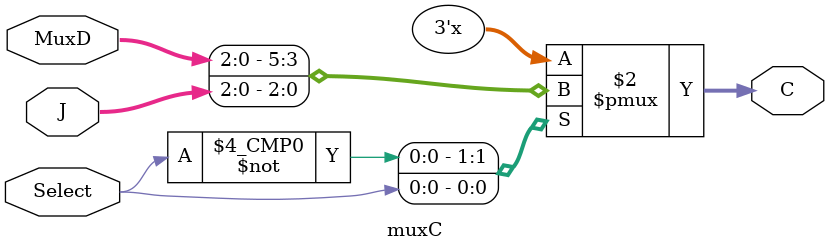
<source format=v>
module muxC(Select, MuxD, J, C);
    input Select;
    input [2:0] MuxD;
    input [2:0]  J;

    output reg [2:0] C;


    always @(*) begin
        case (Select)
            0: C = MuxD;
            1: C = J;
            default: C = MuxD;
        endcase
    end


endmodule
</source>
